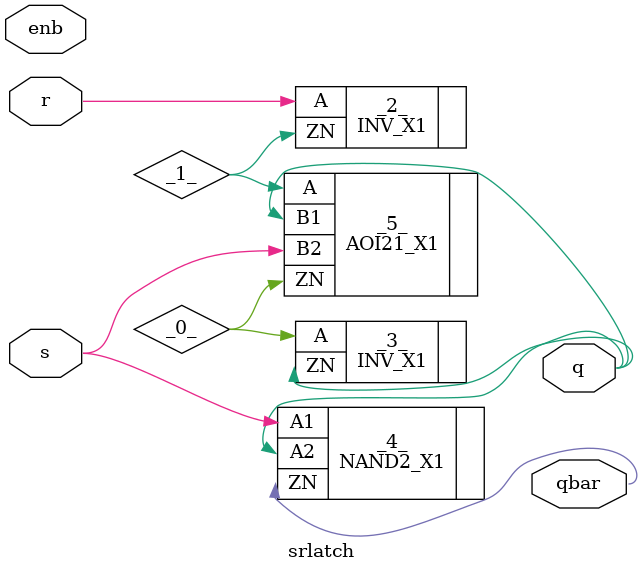
<source format=v>
/* Generated by Yosys 0.45+106 (git sha1 982fade0d, g++ 11.4.0-1ubuntu1~22.04 -fPIC -O3) */

module srlatch(s, r, enb, q, qbar);
  wire _0_;
  wire _1_;
  input enb;
  wire enb;
  output q;
  wire q;
  output qbar;
  wire qbar;
  input r;
  wire r;
  input s;
  wire s;
  INV_X1 _2_ (
    .A(r),
    .ZN(_1_)
  );
  INV_X1 _3_ (
    .A(_0_),
    .ZN(q)
  );
  NAND2_X1 _4_ (
    .A1(s),
    .A2(q),
    .ZN(qbar)
  );
  AOI21_X1 _5_ (
    .A(_1_),
    .B1(q),
    .B2(s),
    .ZN(_0_)
  );
endmodule

</source>
